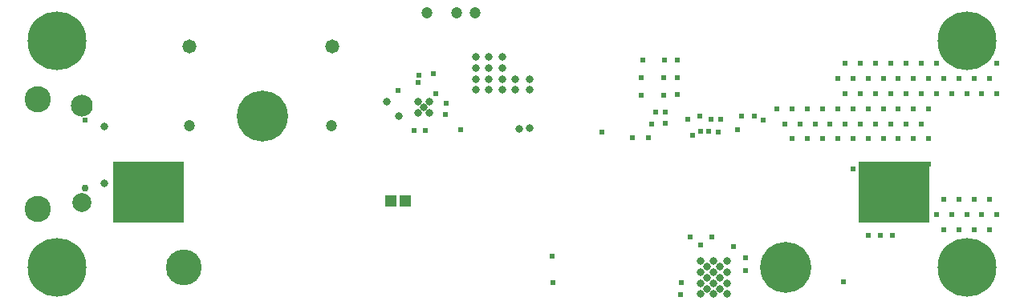
<source format=gbr>
%TF.GenerationSoftware,Altium Limited,Altium Designer,20.0.13 (296)*%
G04 Layer_Color=16711935*
%FSLAX45Y45*%
%MOMM*%
%TF.FileFunction,Soldermask,Bot*%
%TF.Part,Single*%
G01*
G75*
%TA.AperFunction,SMDPad,CuDef*%
%ADD92R,7.54320X6.55320*%
%ADD93R,1.20320X1.17320*%
%TA.AperFunction,ComponentPad*%
%ADD94C,3.78820*%
%ADD95C,5.37820*%
%ADD96C,0.75320*%
%ADD97C,0.60820*%
%ADD98C,2.76820*%
%ADD99C,2.00320*%
%ADD100C,2.30320*%
%TA.AperFunction,ViaPad*%
%ADD101C,0.60320*%
%ADD102C,0.80320*%
%ADD103C,1.20320*%
%ADD104C,1.47320*%
%ADD105C,6.20320*%
D92*
X2970000Y5200000D02*
D03*
X10836000D02*
D03*
D93*
X5673500Y5100000D02*
D03*
X5526500D02*
D03*
D94*
X3337000Y4400000D02*
D03*
D95*
X4170000Y6000000D02*
D03*
X9690000Y4400000D02*
D03*
D96*
X2302500Y5240000D02*
D03*
D97*
Y5960000D02*
D03*
D98*
X1797500Y5020000D02*
D03*
Y6180000D02*
D03*
D99*
X2264500Y5090000D02*
D03*
D100*
Y6110000D02*
D03*
D101*
X11919995Y6559997D02*
D03*
X11839995Y6399997D02*
D03*
X11919995Y6239997D02*
D03*
X11839995Y5119998D02*
D03*
X11919995Y4959998D02*
D03*
X11839995Y4799998D02*
D03*
X11679995Y6399997D02*
D03*
X11759995Y6239997D02*
D03*
X11679995Y5119998D02*
D03*
X11759995Y4959998D02*
D03*
X11679995Y4799998D02*
D03*
X11519995Y6399997D02*
D03*
X11599995Y6239997D02*
D03*
X11519995Y5119998D02*
D03*
X11599995Y4959998D02*
D03*
X11519995Y4799998D02*
D03*
X11359995Y6399997D02*
D03*
X11439995Y6239997D02*
D03*
X11359995Y5119998D02*
D03*
X11439995Y4959998D02*
D03*
X11359995Y4799998D02*
D03*
X11279995Y6559997D02*
D03*
X11199995Y6399997D02*
D03*
X11279995Y6239997D02*
D03*
X11199995Y6079997D02*
D03*
Y5759998D02*
D03*
X11279995Y4959998D02*
D03*
X11119995Y6559997D02*
D03*
X11039995Y6399997D02*
D03*
X11119995Y6239997D02*
D03*
X11039995Y6079997D02*
D03*
X11119995Y5919998D02*
D03*
X11039995Y5759998D02*
D03*
X10959995Y6559997D02*
D03*
X10879996Y6399997D02*
D03*
X10959995Y6239997D02*
D03*
X10879996Y6079997D02*
D03*
X10959995Y5919998D02*
D03*
X10879996Y5759998D02*
D03*
X10799995Y6559997D02*
D03*
X10719996Y6399997D02*
D03*
X10799995Y6239997D02*
D03*
X10719996Y6079997D02*
D03*
X10799995Y5919998D02*
D03*
X10719996Y5759998D02*
D03*
X10639995Y6559997D02*
D03*
X10559996Y6399997D02*
D03*
X10639995Y6239997D02*
D03*
X10559996Y6079997D02*
D03*
X10639995Y5919998D02*
D03*
X10559996Y5759998D02*
D03*
X10479996Y6559997D02*
D03*
X10399996Y6399997D02*
D03*
X10479996Y6239997D02*
D03*
X10399996Y6079997D02*
D03*
X10479996Y5919998D02*
D03*
X10399996Y5759998D02*
D03*
Y5439998D02*
D03*
X10319996Y6559997D02*
D03*
X10239996Y6399997D02*
D03*
X10319996Y6239997D02*
D03*
X10239996Y6079997D02*
D03*
X10319996Y5919998D02*
D03*
X10239996Y5759998D02*
D03*
X10079996Y6079997D02*
D03*
X10159996Y5919998D02*
D03*
X10079996Y5759998D02*
D03*
X9919996Y6079997D02*
D03*
X9999996Y5919998D02*
D03*
X9919996Y5759998D02*
D03*
X9759996Y6079997D02*
D03*
X9839996Y5919998D02*
D03*
X9759996Y5759998D02*
D03*
X9599996Y6079997D02*
D03*
X9679996Y5919998D02*
D03*
X10640000Y5470000D02*
D03*
X10910000Y5460000D02*
D03*
X10790000Y5470000D02*
D03*
X10500000Y5480000D02*
D03*
X11080000Y5490000D02*
D03*
X11200000D02*
D03*
X8680000Y4720000D02*
D03*
X8580000Y4110000D02*
D03*
X8590000Y4240000D02*
D03*
X6260000Y5860000D02*
D03*
X5970000Y6450000D02*
D03*
X6000000Y6240000D02*
D03*
X5600000Y6270000D02*
D03*
X5819988Y6429987D02*
D03*
X5809988Y6359987D02*
D03*
X8910000Y4720000D02*
D03*
X8790000Y4640000D02*
D03*
X9450000Y5960000D02*
D03*
X8180000Y6590000D02*
D03*
X8170000Y6220000D02*
D03*
X8550000Y6230000D02*
D03*
Y6410000D02*
D03*
Y6590000D02*
D03*
X8410000D02*
D03*
X8400000Y6220000D02*
D03*
Y6410000D02*
D03*
X9180000Y5860000D02*
D03*
X10300000Y4250000D02*
D03*
X8980000Y5830000D02*
D03*
X8880000Y5840000D02*
D03*
X8790000D02*
D03*
X8423000Y5924000D02*
D03*
X8280000Y5920000D02*
D03*
X5770000Y5850000D02*
D03*
X7750000Y5830000D02*
D03*
X8710000Y5800000D02*
D03*
X8076000Y5769600D02*
D03*
X8246000D02*
D03*
X6110000Y6140000D02*
D03*
X6098000Y6016000D02*
D03*
X5890100Y5850000D02*
D03*
X10820000Y4740000D02*
D03*
X9140000Y4620000D02*
D03*
X8655000Y5969000D02*
D03*
X8786000Y6004600D02*
D03*
X8320000Y6040000D02*
D03*
X8170000Y6410000D02*
D03*
X9270000Y4370000D02*
D03*
Y4500000D02*
D03*
X10560000Y4740000D02*
D03*
X10690000D02*
D03*
X9361000Y6001000D02*
D03*
X9222000Y6004000D02*
D03*
X9007000Y5966000D02*
D03*
X8902000Y5971000D02*
D03*
X8420000Y6040000D02*
D03*
X7238000Y4239000D02*
D03*
X7225000Y4516000D02*
D03*
D102*
X10970000Y5090000D02*
D03*
X10710000D02*
D03*
X11100000Y5200000D02*
D03*
X10580000D02*
D03*
X10836000D02*
D03*
X10840000Y4980000D02*
D03*
X11100000D02*
D03*
X10580000D02*
D03*
X6420000Y6280000D02*
D03*
X6560000D02*
D03*
X6700000D02*
D03*
X6840000D02*
D03*
X6990000D02*
D03*
X6420000Y6390000D02*
D03*
X6560000D02*
D03*
X6700000D02*
D03*
X6840000D02*
D03*
X6990000D02*
D03*
X6420000Y6510000D02*
D03*
X6560000D02*
D03*
X6700000D02*
D03*
Y6630000D02*
D03*
X6560000D02*
D03*
X6420000D02*
D03*
X2500000Y5890000D02*
D03*
Y5290000D02*
D03*
X9000000Y4170000D02*
D03*
X8860000D02*
D03*
Y4290000D02*
D03*
X9000000D02*
D03*
Y4410000D02*
D03*
X8860000D02*
D03*
X8790000Y4120000D02*
D03*
X9070000D02*
D03*
X8930000D02*
D03*
X8790000Y4230000D02*
D03*
X9070000D02*
D03*
X8930000D02*
D03*
X8790000Y4350000D02*
D03*
X9070000D02*
D03*
X8930000D02*
D03*
X9070000Y4470000D02*
D03*
X8930000D02*
D03*
X8790000D02*
D03*
X5608000Y6003000D02*
D03*
X5481000Y6155000D02*
D03*
X6881000Y5869000D02*
D03*
X6986000Y5871000D02*
D03*
X5872000Y6095000D02*
D03*
X5813000Y6038000D02*
D03*
X5929000Y6037000D02*
D03*
Y6152000D02*
D03*
X5816000Y6151000D02*
D03*
D103*
X6410000Y7090000D02*
D03*
X5910000D02*
D03*
X6220000D02*
D03*
X3190000Y4960000D02*
D03*
X4900000Y5900000D02*
D03*
X3400000D02*
D03*
D104*
Y6740000D02*
D03*
X4910000D02*
D03*
X3200000Y5210000D02*
D03*
X2690000Y4990000D02*
D03*
X2700000Y5410000D02*
D03*
D105*
X2000000Y4400000D02*
D03*
X11600000D02*
D03*
Y6800000D02*
D03*
X2000000D02*
D03*
%TF.MD5,859008a1519138bd637f37450ef7ac06*%
M02*

</source>
